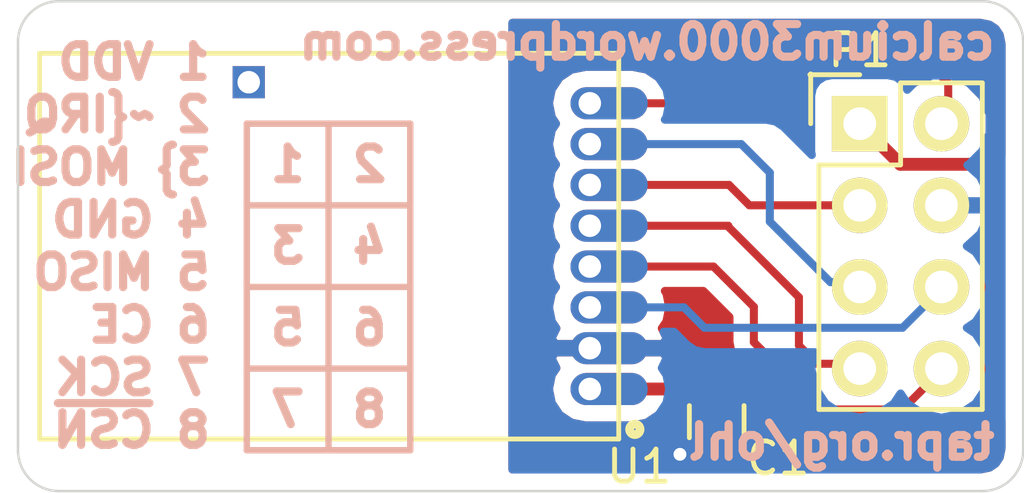
<source format=kicad_pcb>
(kicad_pcb (version 4) (host pcbnew 4.0.2+dfsg1-stable)

  (general
    (links 10)
    (no_connects 0)
    (area 119.675 78.701899 155.205 94.193)
    (thickness 1.6)
    (drawings 27)
    (tracks 44)
    (zones 0)
    (modules 3)
    (nets 9)
  )

  (page A4)
  (layers
    (0 F.Cu signal)
    (31 B.Cu signal)
    (36 B.SilkS user)
    (37 F.SilkS user)
    (38 B.Mask user)
    (39 F.Mask user)
    (44 Edge.Cuts user)
    (46 B.CrtYd user)
    (47 F.CrtYd user)
  )

  (setup
    (last_trace_width 0.25)
    (user_trace_width 0.4)
    (trace_clearance 0.2)
    (zone_clearance 0.508)
    (zone_45_only no)
    (trace_min 0.2)
    (segment_width 0.2)
    (edge_width 0.0762)
    (via_size 0.6)
    (via_drill 0.4)
    (via_min_size 0.4)
    (via_min_drill 0.3)
    (uvia_size 0.3)
    (uvia_drill 0.1)
    (uvias_allowed no)
    (uvia_min_size 0.2)
    (uvia_min_drill 0.1)
    (pcb_text_width 0.3)
    (pcb_text_size 1.5 1.5)
    (mod_edge_width 0.15)
    (mod_text_size 1 1)
    (mod_text_width 0.15)
    (pad_size 1.7272 1.7272)
    (pad_drill 1.016)
    (pad_to_mask_clearance 0.2)
    (aux_axis_origin 0 0)
    (visible_elements FFFFFF7F)
    (pcbplotparams
      (layerselection 0x010f0_80000001)
      (usegerberextensions true)
      (excludeedgelayer true)
      (linewidth 0.100000)
      (plotframeref false)
      (viasonmask false)
      (mode 1)
      (useauxorigin false)
      (hpglpennumber 1)
      (hpglpenspeed 20)
      (hpglpendiameter 15)
      (hpglpenoverlay 2)
      (psnegative false)
      (psa4output false)
      (plotreference true)
      (plotvalue true)
      (plotinvisibletext false)
      (padsonsilk false)
      (subtractmaskfromsilk false)
      (outputformat 1)
      (mirror false)
      (drillshape 0)
      (scaleselection 1)
      (outputdirectory gerbers))
  )

  (net 0 "")
  (net 1 VDD)
  (net 2 GND)
  (net 3 CE)
  (net 4 MOSI)
  (net 5 MISO)
  (net 6 ~IRQ)
  (net 7 SCK)
  (net 8 ~CSN)

  (net_class Default "This is the default net class."
    (clearance 0.2)
    (trace_width 0.25)
    (via_dia 0.6)
    (via_drill 0.4)
    (uvia_dia 0.3)
    (uvia_drill 0.1)
    (add_net CE)
    (add_net GND)
    (add_net MISO)
    (add_net MOSI)
    (add_net SCK)
    (add_net VDD)
    (add_net ~CSN)
    (add_net ~IRQ)
  )

  (module mFM:nRF24L01p_mini_TH (layer F.Cu) (tedit 5918B3C4) (tstamp 59196C40)
    (at 141.1 86.36 90)
    (path /5917CBC4)
    (fp_text reference U1 (at -6.858 0.632 180) (layer F.SilkS)
      (effects (font (size 1 1) (thickness 0.15)))
    )
    (fp_text value NRF24L01P_MINI (at 0 -20.3 90) (layer F.Fab)
      (effects (font (size 1 1) (thickness 0.15)))
    )
    (fp_circle (center -5.7 0.5) (end -5.6 0.7) (layer F.SilkS) (width 0.15))
    (fp_circle (center -5.7 0.5) (end -5.6 0.5) (layer F.SilkS) (width 0.15))
    (fp_line (start -6 -18) (end -6 0) (layer F.SilkS) (width 0.15))
    (fp_line (start 6 -18) (end -6 -18) (layer F.SilkS) (width 0.15))
    (fp_line (start 6 0) (end 6 -18) (layer F.SilkS) (width 0.15))
    (fp_line (start -6 0) (end 6 0) (layer F.SilkS) (width 0.15))
    (fp_line (start -6.3 0.3) (end 6.3 0.3) (layer F.CrtYd) (width 0.05))
    (fp_line (start 6.3 0.3) (end 6.3 -18.3) (layer F.CrtYd) (width 0.05))
    (fp_line (start -6.3 -18.3) (end -6.3 0.3) (layer F.CrtYd) (width 0.05))
    (fp_line (start 6.3 -18.3) (end -6.3 -18.3) (layer F.CrtYd) (width 0.05))
    (pad 5 thru_hole oval (at 0.635 -0.9 90) (size 1 2.4) (drill 0.7 (offset 0 0.6)) (layers *.Cu *.Mask)
      (net 7 SCK))
    (pad 4 thru_hole oval (at -0.635 -0.9 90) (size 1 2.4) (drill 0.7 (offset 0 0.6)) (layers *.Cu *.Mask)
      (net 8 ~CSN))
    (pad 6 thru_hole oval (at 1.905 -0.9 90) (size 1 2.4) (drill 0.7 (offset 0 0.6)) (layers *.Cu *.Mask)
      (net 4 MOSI))
    (pad 3 thru_hole oval (at -1.905 -0.9 90) (size 1 2.4) (drill 0.7 (offset 0 0.6)) (layers *.Cu *.Mask)
      (net 3 CE))
    (pad 2 thru_hole oval (at -3.175 -0.9 90) (size 1 2.4) (drill 0.7 (offset 0 0.6)) (layers *.Cu *.Mask)
      (net 2 GND))
    (pad 7 thru_hole oval (at 3.175 -0.9 90) (size 1 2.4) (drill 0.7 (offset 0 0.6)) (layers *.Cu *.Mask)
      (net 5 MISO))
    (pad 1 thru_hole oval (at -4.445 -0.9 90) (size 1 2.4) (drill 0.7 (offset 0 0.6)) (layers *.Cu *.Mask)
      (net 1 VDD))
    (pad 8 thru_hole oval (at 4.445 -0.9 90) (size 1 2.4) (drill 0.7 (offset 0 0.6)) (layers *.Cu *.Mask)
      (net 6 ~IRQ))
    (pad 9 thru_hole rect (at 5.1 -11.5 180) (size 1 1) (drill 0.7) (layers *.Cu *.Mask))
  )

  (module Capacitors_SMD:C_0805 (layer F.Cu) (tedit 5415D6EA) (tstamp 59196C11)
    (at 144.145 91.821 270)
    (descr "Capacitor SMD 0805, reflow soldering, AVX (see smccp.pdf)")
    (tags "capacitor 0805")
    (path /5917CC70)
    (attr smd)
    (fp_text reference C1 (at 1.143 -1.905 360) (layer F.SilkS)
      (effects (font (size 1 1) (thickness 0.15)))
    )
    (fp_text value 10uF (at 0 2.1 270) (layer F.Fab)
      (effects (font (size 1 1) (thickness 0.15)))
    )
    (fp_line (start -1.8 -1) (end 1.8 -1) (layer F.CrtYd) (width 0.05))
    (fp_line (start -1.8 1) (end 1.8 1) (layer F.CrtYd) (width 0.05))
    (fp_line (start -1.8 -1) (end -1.8 1) (layer F.CrtYd) (width 0.05))
    (fp_line (start 1.8 -1) (end 1.8 1) (layer F.CrtYd) (width 0.05))
    (fp_line (start 0.5 -0.85) (end -0.5 -0.85) (layer F.SilkS) (width 0.15))
    (fp_line (start -0.5 0.85) (end 0.5 0.85) (layer F.SilkS) (width 0.15))
    (pad 1 smd rect (at -1 0 270) (size 1 1.25) (layers F.Cu F.Mask)
      (net 1 VDD))
    (pad 2 smd rect (at 1 0 270) (size 1 1.25) (layers F.Cu F.Mask)
      (net 2 GND))
    (model Capacitors_SMD.3dshapes/C_0805.wrl
      (at (xyz 0 0 0))
      (scale (xyz 1 1 1))
      (rotate (xyz 0 0 0))
    )
  )

  (module mFM:Socket_Strip_Straight_2x04_mirrored (layer F.Cu) (tedit 5918BB9C) (tstamp 59197601)
    (at 151.13 82.55 270)
    (descr "Through hole socket strip, mirrored")
    (tags "socket strip mirrored")
    (path /5917CC13)
    (fp_text reference P1 (at -2.286 2.54 540) (layer F.SilkS)
      (effects (font (size 1 1) (thickness 0.15)))
    )
    (fp_text value 02x04 (at 0 -3.1 270) (layer F.Fab)
      (effects (font (size 1 1) (thickness 0.15)))
    )
    (fp_line (start -1.75 -1.75) (end -1.75 4.3) (layer F.CrtYd) (width 0.05))
    (fp_line (start 9.4 -1.75) (end 9.4 4.3) (layer F.CrtYd) (width 0.05))
    (fp_line (start -1.75 -1.75) (end 9.4 -1.75) (layer F.CrtYd) (width 0.05))
    (fp_line (start -1.75 4.3) (end 9.4 4.3) (layer F.CrtYd) (width 0.05))
    (fp_line (start -1.27 -1.27) (end 8.89 -1.27) (layer F.SilkS) (width 0.15))
    (fp_line (start 8.89 -1.27) (end 8.89 3.81) (layer F.SilkS) (width 0.15))
    (fp_line (start 8.89 3.81) (end 1.28443 3.81) (layer F.SilkS) (width 0.15))
    (fp_line (start -1.27 1.27) (end -1.27 -1.27) (layer F.SilkS) (width 0.15))
    (fp_line (start 0 4.064) (end -1.55 4.064) (layer F.SilkS) (width 0.15))
    (fp_line (start -1.27 1.27) (end 1.27 1.27) (layer F.SilkS) (width 0.15))
    (fp_line (start 1.28443 3.81) (end 1.28443 1.27) (layer F.SilkS) (width 0.15))
    (fp_line (start -1.524 2.54) (end -1.524 4.09) (layer F.SilkS) (width 0.15))
    (pad 2 thru_hole circle (at 0 0 270) (size 1.7272 1.7272) (drill 1.016) (layers *.Cu *.Mask F.SilkS)
      (net 6 ~IRQ))
    (pad 1 thru_hole rect (at 0 2.54 270) (size 1.7272 1.7272) (drill 1.016) (layers *.Cu *.Mask F.SilkS)
      (net 1 VDD))
    (pad 4 thru_hole oval (at 2.54 0 270) (size 1.7272 1.7272) (drill 1.016) (layers *.Cu *.Mask F.SilkS)
      (net 2 GND))
    (pad 3 thru_hole oval (at 2.54 2.54 270) (size 1.7272 1.7272) (drill 1.016) (layers *.Cu *.Mask F.SilkS)
      (net 4 MOSI))
    (pad 6 thru_hole oval (at 5.08 0 270) (size 1.7272 1.7272) (drill 1.016) (layers *.Cu *.Mask F.SilkS)
      (net 3 CE))
    (pad 5 thru_hole oval (at 5.08 2.54 270) (size 1.7272 1.7272) (drill 1.016) (layers *.Cu *.Mask F.SilkS)
      (net 5 MISO))
    (pad 8 thru_hole oval (at 7.62 0 270) (size 1.7272 1.7272) (drill 1.016) (layers *.Cu *.Mask F.SilkS)
      (net 8 ~CSN))
    (pad 7 thru_hole oval (at 7.62 2.54 270) (size 1.7272 1.7272) (drill 1.016) (layers *.Cu *.Mask F.SilkS)
      (net 7 SCK))
    (model Socket_Strips.3dshapes/Socket_Strip_Straight_2x04.wrl
      (at (xyz 0.15 -0.05 0))
      (scale (xyz 1 1 1))
      (rotate (xyz 0 0 180))
    )
  )

  (gr_text tapr.org/ohl (at 152.908 92.456) (layer B.SilkS) (tstamp 5919AEC7)
    (effects (font (size 1.016 1.016) (thickness 0.254)) (justify left mirror))
  )
  (gr_text calcium3000.wordpress.com (at 152.908 80.01) (layer B.SilkS) (tstamp 5919AEC0)
    (effects (font (size 1.016 1.016) (thickness 0.254)) (justify left mirror))
  )
  (gr_text "1 VDD\n2 ~IRQ\n3 MOSI\n4 GND\n5 MISO\n6 CE\n7 SCK\n8 ~CSN" (at 128.524 86.36) (layer B.SilkS) (tstamp 5919AE85)
    (effects (font (size 1.016 1.016) (thickness 0.254)) (justify left mirror))
  )
  (gr_text 8 (at 133.35 91.44) (layer B.SilkS) (tstamp 5919AE56)
    (effects (font (size 1.016 1.016) (thickness 0.254)) (justify mirror))
  )
  (gr_text 6 (at 133.35 88.9) (layer B.SilkS) (tstamp 5919AE55)
    (effects (font (size 1.016 1.016) (thickness 0.254)) (justify mirror))
  )
  (gr_text 5 (at 130.81 88.9) (layer B.SilkS) (tstamp 5919AE54)
    (effects (font (size 1.016 1.016) (thickness 0.254)) (justify mirror))
  )
  (gr_text 7 (at 130.81 91.44) (layer B.SilkS) (tstamp 5919AE53)
    (effects (font (size 1.016 1.016) (thickness 0.254)) (justify mirror))
  )
  (gr_text 4 (at 133.35 86.36) (layer B.SilkS) (tstamp 5919AE4B)
    (effects (font (size 1.016 1.016) (thickness 0.254)) (justify mirror))
  )
  (gr_text 3 (at 130.81 86.36) (layer B.SilkS) (tstamp 5919AE4A)
    (effects (font (size 1.016 1.016) (thickness 0.254)) (justify mirror))
  )
  (gr_text 2 (at 133.35 83.82) (layer B.SilkS) (tstamp 5919AE46)
    (effects (font (size 1.016 1.016) (thickness 0.254)) (justify mirror))
  )
  (gr_text 1 (at 130.81 83.82) (layer B.SilkS)
    (effects (font (size 1.016 1.016) (thickness 0.254)) (justify mirror))
  )
  (gr_line (start 132.08 92.71) (end 132.08 82.55) (layer B.SilkS) (width 0.2))
  (gr_line (start 134.62 90.17) (end 129.54 90.17) (layer B.SilkS) (width 0.2))
  (gr_line (start 129.54 87.63) (end 134.62 87.63) (layer B.SilkS) (width 0.2))
  (gr_line (start 134.62 85.09) (end 129.54 85.09) (layer B.SilkS) (width 0.2))
  (gr_line (start 129.54 92.71) (end 129.54 82.55) (layer B.SilkS) (width 0.2))
  (gr_line (start 134.62 92.71) (end 129.54 92.71) (layer B.SilkS) (width 0.2))
  (gr_line (start 134.62 82.55) (end 134.62 92.71) (layer B.SilkS) (width 0.2))
  (gr_line (start 129.54 82.55) (end 134.62 82.55) (layer B.SilkS) (width 0.2))
  (gr_arc (start 152.4 80.01) (end 152.4 78.74) (angle 90) (layer Edge.Cuts) (width 0.0762) (tstamp 5919AD22))
  (gr_arc (start 152.4 92.71) (end 153.67 92.71) (angle 90) (layer Edge.Cuts) (width 0.0762) (tstamp 5919AD1F))
  (gr_arc (start 123.698 92.71) (end 123.698 93.98) (angle 90) (layer Edge.Cuts) (width 0.0762) (tstamp 5919AD1C))
  (gr_arc (start 123.698 80.01) (end 122.428 80.01) (angle 90) (layer Edge.Cuts) (width 0.0762))
  (gr_line (start 122.428 92.71) (end 122.428 80.01) (layer Edge.Cuts) (width 0.0762))
  (gr_line (start 152.4 93.98) (end 123.698 93.98) (layer Edge.Cuts) (width 0.0762))
  (gr_line (start 153.67 80.01) (end 153.67 92.71) (layer Edge.Cuts) (width 0.0762))
  (gr_line (start 123.698 78.74) (end 152.4 78.74) (layer Edge.Cuts) (width 0.0762))

  (segment (start 144.145 90.821) (end 144.27 90.821) (width 0.4) (layer F.Cu) (net 1))
  (segment (start 144.27 90.821) (end 145.41401 91.96501) (width 0.4) (layer F.Cu) (net 1))
  (segment (start 145.41401 91.96501) (end 151.62099 91.96501) (width 0.4) (layer F.Cu) (net 1))
  (segment (start 151.62099 91.96501) (end 152.603601 90.982399) (width 0.4) (layer F.Cu) (net 1))
  (segment (start 152.083731 83.813601) (end 149.853601 83.813601) (width 0.4) (layer F.Cu) (net 1))
  (segment (start 152.603601 90.982399) (end 152.603601 84.333471) (width 0.4) (layer F.Cu) (net 1))
  (segment (start 152.603601 84.333471) (end 152.083731 83.813601) (width 0.4) (layer F.Cu) (net 1))
  (segment (start 149.853601 83.813601) (end 148.59 82.55) (width 0.4) (layer F.Cu) (net 1))
  (segment (start 140.2 90.805) (end 144.129 90.805) (width 0.4) (layer F.Cu) (net 1))
  (segment (start 144.129 90.805) (end 144.145 90.821) (width 0.4) (layer F.Cu) (net 1))
  (segment (start 144.145 92.821) (end 143.018 92.821) (width 0.4) (layer F.Cu) (net 2))
  (segment (start 143.018 92.821) (end 143.002 92.837) (width 0.4) (layer F.Cu) (net 2))
  (via (at 143.002 92.837) (size 0.6) (drill 0.4) (layers F.Cu B.Cu) (net 2))
  (segment (start 151.34 87.48) (end 149.92 88.9) (width 0.25) (layer B.Cu) (net 3))
  (segment (start 149.92 88.9) (end 143.764 88.9) (width 0.25) (layer B.Cu) (net 3))
  (segment (start 143.764 88.9) (end 143.129 88.265) (width 0.25) (layer B.Cu) (net 3))
  (segment (start 143.129 88.265) (end 140.2 88.265) (width 0.25) (layer B.Cu) (net 3))
  (segment (start 140.2 84.455) (end 144.526 84.455) (width 0.25) (layer F.Cu) (net 4))
  (segment (start 144.526 84.455) (end 145.161 85.09) (width 0.25) (layer F.Cu) (net 4))
  (segment (start 145.161 85.09) (end 148.59 85.09) (width 0.25) (layer F.Cu) (net 4))
  (segment (start 148.64 85.1) (end 148.8 84.94) (width 0.25) (layer F.Cu) (net 4))
  (segment (start 140.2 83.185) (end 144.907 83.185) (width 0.25) (layer B.Cu) (net 5))
  (segment (start 147.678 87.48) (end 148.8 87.48) (width 0.25) (layer B.Cu) (net 5))
  (segment (start 144.907 83.185) (end 145.796 84.074) (width 0.25) (layer B.Cu) (net 5))
  (segment (start 145.796 84.074) (end 145.796 85.598) (width 0.25) (layer B.Cu) (net 5))
  (segment (start 145.796 85.598) (end 147.678 87.48) (width 0.25) (layer B.Cu) (net 5))
  (segment (start 147.3 80.9) (end 146.285 81.915) (width 0.25) (layer F.Cu) (net 6))
  (segment (start 140.2 81.915) (end 146.285 81.915) (width 0.25) (layer F.Cu) (net 6))
  (segment (start 147.3 80.9) (end 150.9536 80.9) (width 0.25) (layer F.Cu) (net 6))
  (segment (start 150.9536 80.9) (end 151.34 81.2864) (width 0.25) (layer F.Cu) (net 6))
  (segment (start 151.34 81.2864) (end 151.34 82.4) (width 0.25) (layer F.Cu) (net 6))
  (segment (start 144.505 85.725) (end 144.505 85.755) (width 0.25) (layer F.Cu) (net 7))
  (segment (start 144.505 85.755) (end 146.7 87.95) (width 0.25) (layer F.Cu) (net 7))
  (segment (start 140.2 85.725) (end 144.505 85.725) (width 0.25) (layer F.Cu) (net 7))
  (segment (start 146.7 89.45) (end 147.27 90.02) (width 0.25) (layer F.Cu) (net 7))
  (segment (start 147.27 90.02) (end 148.8 90.02) (width 0.25) (layer F.Cu) (net 7))
  (segment (start 146.7 87.95) (end 146.7 89.45) (width 0.25) (layer F.Cu) (net 7))
  (segment (start 140.2 86.995) (end 144.045 86.995) (width 0.25) (layer F.Cu) (net 8))
  (segment (start 144.045 86.995) (end 145.3 88.25) (width 0.25) (layer F.Cu) (net 8))
  (segment (start 145.3 88.25) (end 145.3 89.35) (width 0.25) (layer F.Cu) (net 8))
  (segment (start 145.3 89.35) (end 147.39 91.44) (width 0.25) (layer F.Cu) (net 8))
  (segment (start 147.39 91.44) (end 149.92 91.44) (width 0.25) (layer F.Cu) (net 8))
  (segment (start 149.92 91.44) (end 150.476401 90.883599) (width 0.25) (layer F.Cu) (net 8))
  (segment (start 150.476401 90.883599) (end 151.34 90.02) (width 0.25) (layer F.Cu) (net 8))

  (zone (net 2) (net_name GND) (layer F.Cu) (tstamp 0) (hatch edge 0.508)
    (connect_pads (clearance 0.508))
    (min_thickness 0.254)
    (fill yes (arc_segments 16) (thermal_gap 0.508) (thermal_bridge_width 0.508))
    (polygon
      (pts
        (xy 137.668 78.74) (xy 137.668 93.98) (xy 153.67 93.98) (xy 153.67 78.74)
      )
    )
    (filled_polygon
      (pts
        (xy 152.623377 79.470719) (xy 152.812747 79.597251) (xy 152.93928 79.786622) (xy 152.9969 80.076296) (xy 152.9969 83.545902)
        (xy 152.674165 83.223167) (xy 152.516798 83.118018) (xy 152.628339 82.849398) (xy 152.628859 82.253218) (xy 152.401192 81.70222)
        (xy 152.1 81.400502) (xy 152.1 81.2864) (xy 152.042148 80.995561) (xy 151.877401 80.748999) (xy 151.491001 80.362599)
        (xy 151.244439 80.197852) (xy 150.9536 80.14) (xy 147.3 80.14) (xy 147.009161 80.197852) (xy 146.762599 80.362599)
        (xy 145.970198 81.155) (xy 142.366958 81.155) (xy 142.338516 81.112434) (xy 141.970296 80.866397) (xy 141.53595 80.78)
        (xy 140.06405 80.78) (xy 139.629704 80.866397) (xy 139.261484 81.112434) (xy 139.015447 81.480654) (xy 138.92905 81.915)
        (xy 139.015447 82.349346) (xy 139.14952 82.55) (xy 139.015447 82.750654) (xy 138.92905 83.185) (xy 139.015447 83.619346)
        (xy 139.14952 83.82) (xy 139.015447 84.020654) (xy 138.92905 84.455) (xy 139.015447 84.889346) (xy 139.14952 85.09)
        (xy 139.015447 85.290654) (xy 138.92905 85.725) (xy 139.015447 86.159346) (xy 139.14952 86.36) (xy 139.015447 86.560654)
        (xy 138.92905 86.995) (xy 139.015447 87.429346) (xy 139.14952 87.63) (xy 139.015447 87.830654) (xy 138.92905 88.265)
        (xy 139.015447 88.699346) (xy 139.161008 88.917193) (xy 139.005881 89.233126) (xy 139.132046 89.408) (xy 140.673 89.408)
        (xy 140.673 89.4) (xy 140.927 89.4) (xy 140.927 89.408) (xy 142.467954 89.408) (xy 142.594119 89.233126)
        (xy 142.438992 88.917193) (xy 142.584553 88.699346) (xy 142.67095 88.265) (xy 142.584553 87.830654) (xy 142.534003 87.755)
        (xy 143.730198 87.755) (xy 144.54 88.564802) (xy 144.54 89.35) (xy 144.597852 89.640839) (xy 144.619715 89.67356)
        (xy 143.52 89.67356) (xy 143.284683 89.717838) (xy 143.068559 89.85691) (xy 142.991288 89.97) (xy 142.528753 89.97)
        (xy 142.594119 89.836874) (xy 142.467954 89.662) (xy 140.927 89.662) (xy 140.927 89.67) (xy 140.673 89.67)
        (xy 140.673 89.662) (xy 139.132046 89.662) (xy 139.005881 89.836874) (xy 139.161008 90.152807) (xy 139.015447 90.370654)
        (xy 138.92905 90.805) (xy 139.015447 91.239346) (xy 139.261484 91.607566) (xy 139.629704 91.853603) (xy 140.06405 91.94)
        (xy 141.53595 91.94) (xy 141.970296 91.853603) (xy 142.289975 91.64) (xy 142.970687 91.64) (xy 143.05591 91.772441)
        (xy 143.124006 91.818969) (xy 142.981673 91.961302) (xy 142.885 92.194691) (xy 142.885 92.53525) (xy 143.04375 92.694)
        (xy 144.018 92.694) (xy 144.018 92.674) (xy 144.272 92.674) (xy 144.272 92.694) (xy 145.03094 92.694)
        (xy 145.094469 92.736449) (xy 145.41401 92.80001) (xy 151.62099 92.80001) (xy 151.940531 92.736449) (xy 152.211424 92.555444)
        (xy 152.9969 91.769968) (xy 152.9969 92.643704) (xy 152.93928 92.933378) (xy 152.812747 93.122749) (xy 152.623377 93.249281)
        (xy 152.333704 93.3069) (xy 145.405 93.3069) (xy 145.405 93.10675) (xy 145.24625 92.948) (xy 144.272 92.948)
        (xy 144.272 92.968) (xy 144.018 92.968) (xy 144.018 92.948) (xy 143.04375 92.948) (xy 142.885 93.10675)
        (xy 142.885 93.3069) (xy 137.795 93.3069) (xy 137.795 79.4131) (xy 152.333704 79.4131)
      )
    )
    (filled_polygon
      (pts
        (xy 151.257 84.963) (xy 151.277 84.963) (xy 151.277 85.217) (xy 151.257 85.217) (xy 151.257 85.237)
        (xy 151.003 85.237) (xy 151.003 85.217) (xy 150.983 85.217) (xy 150.983 84.963) (xy 151.003 84.963)
        (xy 151.003 84.943) (xy 151.257 84.943)
      )
    )
  )
  (zone (net 2) (net_name GND) (layer B.Cu) (tstamp 5919AD32) (hatch edge 0.508)
    (connect_pads (clearance 0.508))
    (min_thickness 0.254)
    (fill yes (arc_segments 16) (thermal_gap 0.508) (thermal_bridge_width 0.508))
    (polygon
      (pts
        (xy 137.668 78.74) (xy 137.668 93.98) (xy 153.67 93.98) (xy 153.67 78.74)
      )
    )
    (filled_polygon
      (pts
        (xy 152.623377 79.470719) (xy 152.812747 79.597251) (xy 152.93928 79.786622) (xy 152.9969 80.076296) (xy 152.9969 92.643704)
        (xy 152.93928 92.933378) (xy 152.812747 93.122749) (xy 152.623377 93.249281) (xy 152.333704 93.3069) (xy 137.795 93.3069)
        (xy 137.795 90.805) (xy 138.92905 90.805) (xy 139.015447 91.239346) (xy 139.261484 91.607566) (xy 139.629704 91.853603)
        (xy 140.06405 91.94) (xy 141.53595 91.94) (xy 141.970296 91.853603) (xy 142.338516 91.607566) (xy 142.584553 91.239346)
        (xy 142.67095 90.805) (xy 142.584553 90.370654) (xy 142.438992 90.152807) (xy 142.594119 89.836874) (xy 142.467954 89.662)
        (xy 140.927 89.662) (xy 140.927 89.67) (xy 140.673 89.67) (xy 140.673 89.662) (xy 139.132046 89.662)
        (xy 139.005881 89.836874) (xy 139.161008 90.152807) (xy 139.015447 90.370654) (xy 138.92905 90.805) (xy 137.795 90.805)
        (xy 137.795 81.915) (xy 138.92905 81.915) (xy 139.015447 82.349346) (xy 139.14952 82.55) (xy 139.015447 82.750654)
        (xy 138.92905 83.185) (xy 139.015447 83.619346) (xy 139.14952 83.82) (xy 139.015447 84.020654) (xy 138.92905 84.455)
        (xy 139.015447 84.889346) (xy 139.14952 85.09) (xy 139.015447 85.290654) (xy 138.92905 85.725) (xy 139.015447 86.159346)
        (xy 139.14952 86.36) (xy 139.015447 86.560654) (xy 138.92905 86.995) (xy 139.015447 87.429346) (xy 139.14952 87.63)
        (xy 139.015447 87.830654) (xy 138.92905 88.265) (xy 139.015447 88.699346) (xy 139.161008 88.917193) (xy 139.005881 89.233126)
        (xy 139.132046 89.408) (xy 140.673 89.408) (xy 140.673 89.4) (xy 140.927 89.4) (xy 140.927 89.408)
        (xy 142.467954 89.408) (xy 142.594119 89.233126) (xy 142.491927 89.025) (xy 142.814198 89.025) (xy 143.226599 89.437401)
        (xy 143.473161 89.602148) (xy 143.764 89.66) (xy 147.187005 89.66) (xy 147.0914 90.140641) (xy 147.0914 90.199359)
        (xy 147.205474 90.772848) (xy 147.53033 91.259029) (xy 148.016511 91.583885) (xy 148.59 91.697959) (xy 149.163489 91.583885)
        (xy 149.64967 91.259029) (xy 149.86 90.944248) (xy 150.07033 91.259029) (xy 150.556511 91.583885) (xy 151.13 91.697959)
        (xy 151.703489 91.583885) (xy 152.18967 91.259029) (xy 152.514526 90.772848) (xy 152.6286 90.199359) (xy 152.6286 90.140641)
        (xy 152.514526 89.567152) (xy 152.18967 89.080971) (xy 151.918828 88.9) (xy 152.18967 88.719029) (xy 152.514526 88.232848)
        (xy 152.6286 87.659359) (xy 152.6286 87.600641) (xy 152.514526 87.027152) (xy 152.18967 86.540971) (xy 151.918839 86.360008)
        (xy 152.336821 85.97849) (xy 152.584968 85.449027) (xy 152.464469 85.217) (xy 151.257 85.217) (xy 151.257 85.237)
        (xy 151.003 85.237) (xy 151.003 85.217) (xy 150.983 85.217) (xy 150.983 84.963) (xy 151.003 84.963)
        (xy 151.003 84.943) (xy 151.257 84.943) (xy 151.257 84.963) (xy 152.464469 84.963) (xy 152.584968 84.730973)
        (xy 152.336821 84.20151) (xy 151.938111 83.837583) (xy 151.97778 83.821192) (xy 152.39971 83.399997) (xy 152.628339 82.849398)
        (xy 152.628859 82.253218) (xy 152.401192 81.70222) (xy 151.979997 81.28029) (xy 151.429398 81.051661) (xy 150.833218 81.051141)
        (xy 150.28222 81.278808) (xy 150.065124 81.495525) (xy 150.056762 81.451083) (xy 149.91769 81.234959) (xy 149.70549 81.089969)
        (xy 149.4536 81.03896) (xy 147.7264 81.03896) (xy 147.491083 81.083238) (xy 147.274959 81.22231) (xy 147.129969 81.43451)
        (xy 147.07896 81.6864) (xy 147.07896 83.4136) (xy 147.099949 83.525147) (xy 146.222401 82.647599) (xy 145.975839 82.482852)
        (xy 145.685 82.425) (xy 142.534003 82.425) (xy 142.584553 82.349346) (xy 142.67095 81.915) (xy 142.584553 81.480654)
        (xy 142.338516 81.112434) (xy 141.970296 80.866397) (xy 141.53595 80.78) (xy 140.06405 80.78) (xy 139.629704 80.866397)
        (xy 139.261484 81.112434) (xy 139.015447 81.480654) (xy 138.92905 81.915) (xy 137.795 81.915) (xy 137.795 79.4131)
        (xy 152.333704 79.4131)
      )
    )
  )
)

</source>
